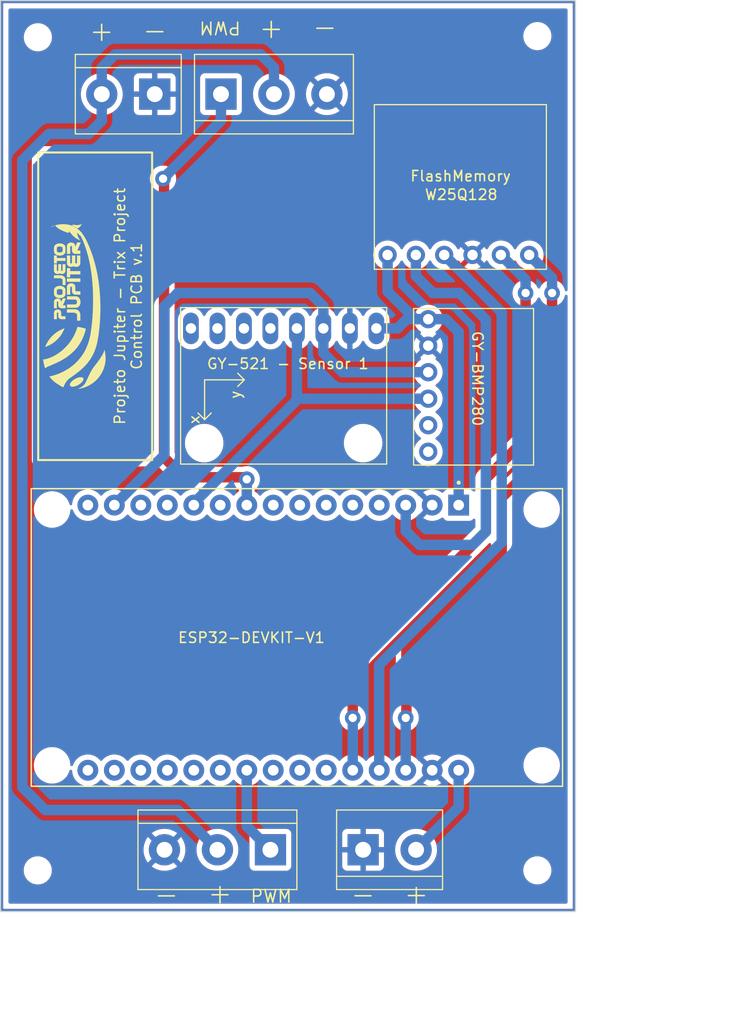
<source format=kicad_pcb>
(kicad_pcb (version 20221018) (generator pcbnew)
  (title_block (title "Ganímedes Project - Control PCB") (date "2023-05-31") (rev "1") (company "Projeto Jupiter") (comment 1 "Projected by Lucas Wu Jiajun"))
  (layers (0 "F.Cu" signal) (31 "B.Cu" signal) (34 "B.Paste" user) (35 "F.Paste" user) (36 "B.SilkS" user "B.Silkscreen") (37 "F.SilkS" user "F.Silkscreen") (38 "B.Mask" user) (39 "F.Mask" user) (44 "Edge.Cuts" user))
  (net 0 "")
  (net 1 "GND")
  (net 2 "VCC")
  (net 3 "/PWM 1")
  (net 4 "/PWM 2")
  (net 5 "/3v3")
  (net 6 "/CS")
  (net 10 "/SDA")
  (net 13 "/SCL")
  (net 23 "/HCLK")
  (net 24 "/HMISO")
  (net 25 "/HMOSI")
  (footprint "TerminalBlock:TerminalBlock_bornier-2_P5.08mm" (layer "F.Cu") (at 124.46 76.2 180)
    (fp_text reference "J1" hide)
    (fp_text value "Power Supply")
    (fp_text user "-" (at -0.01 5.83 180 unlocked) (layer "F.SilkS") (effects (font (size 2 2))))
    (fp_text user "+" (at 5.09 5.77 180 unlocked) (layer "F.SilkS") (effects (font (size 2 2))))
    (pad "1" thru_hole rect (at 0 0 180) (size 3 3) (drill 1.52) (layers "*.Cu" "*.Mask") (net 1 "GND"))
    (pad "2" thru_hole circle (at 5.08 0 180) (size 3 3) (drill 1.52) (layers "*.Cu" "*.Mask") (net 2 "VCC"))
  )
  (footprint "Symbol:Logo_Preto - Copia" (layer "F.Cu") (at 116.84 96.52 90)
    (fp_text reference "G***" hide)
    (fp_text value "LOGO" hide)
  )
  (footprint "GY-521:GY-521" (layer "F.Cu") (at 145.71 98.64 -90)
    (fp_text reference "U4" hide)
    (fp_text value "GY-521 - Sensor 1" (at 3.39 8.49) (layer "F.SilkS"))
    (fp_text user "y" (at 6.348126 13.51 90) (layer "F.SilkS"))
    (fp_text user "x" (at 8.74 17.46801 90) (layer "F.SilkS"))
    (pad "ADO" thru_hole oval (at 0 15.24 270) (size 3.016 1.508) (drill 1) (layers "*.Cu" "*.Mask"))
    (pad "GND" thru_hole oval (at 0 2.54 270) (size 3.016 1.508) (drill 1) (layers "*.Cu" "*.Mask") (net 1 "GND"))
    (pad "INT" thru_hole oval (at 0 17.78 270) (size 3.016 1.508) (drill 1) (layers "*.Cu" "*.Mask"))
    (pad "SCL" thru_hole oval (at 0 5.08 270) (size 3.016 1.508) (drill 1) (layers "*.Cu" "*.Mask") (net 13 "/SCL"))
    (pad "SDA" thru_hole oval (at 0 7.62 270) (size 3.016 1.508) (drill 1) (layers "*.Cu" "*.Mask") (net 10 "/SDA"))
    (pad "VCC" thru_hole oval (at 0 0 270) (size 3.016 1.508) (drill 1) (layers "*.Cu" "*.Mask") (net 5 "/3v3"))
    (pad "XCL" thru_hole oval (at 0 10.16 270) (size 3.016 1.508) (drill 1) (layers "*.Cu" "*.Mask"))
    (pad "XDA" thru_hole oval (at 0 12.7 270) (size 3.016 1.508) (drill 1) (layers "*.Cu" "*.Mask"))
  )
  (footprint "TerminalBlock:TerminalBlock_bornier-3_P5.08mm" (layer "F.Cu") (at 135.55 148.59 180)
    (fp_text reference "J2" hide)
    (fp_text value "Conn_01x03_Male")
    (pad "1" thru_hole rect (at 0 0 180) (size 3 3) (drill 1.52) (layers "*.Cu" "*.Mask") (net 3 "/PWM 1"))
    (pad "2" thru_hole circle (at 5.08 0 180) (size 3 3) (drill 1.52) (layers "*.Cu" "*.Mask") (net 2 "VCC"))
    (pad "3" thru_hole circle (at 10.16 0 180) (size 3 3) (drill 1.52) (layers "*.Cu" "*.Mask") (net 1 "GND"))
  )
  (footprint "Jupiter:FlashMemory W25Q128" (layer "F.Cu") (at 145.515 81.6025 90)
    (fp_text reference "U3" hide)
    (fp_text value "FlashMemory" (at -2.4475 8.275 unlocked) (layer "F.SilkS"))
    (fp_text user "W25Q128" (at -4.2275 8.335 unlocked) (layer "F.SilkS"))
    (pad "1" thru_hole circle (at -10 1.273 90) (size 1.75 1.75) (drill 1) (layers "*.Cu" "*.Mask") (net 5 "/3v3"))
    (pad "2" thru_hole circle (at -10 3.985 90) (size 1.75 1.75) (drill 1) (layers "*.Cu" "*.Mask") (net 6 "/CS"))
    (pad "3" thru_hole circle (at -10 6.701 90) (size 1.75 1.75) (drill 1) (layers "*.Cu" "*.Mask") (net 24 "/HMISO"))
    (pad "4" thru_hole circle (at -10 9.417 90) (size 1.75 1.75) (drill 1) (layers "*.Cu" "*.Mask") (net 1 "GND"))
    (pad "5" thru_hole circle (at -10 12.133 90) (size 1.75 1.75) (drill 1) (layers "*.Cu" "*.Mask") (net 23 "/HCLK"))
    (pad "6" thru_hole circle (at -10 14.849 90) (size 1.75 1.75) (drill 1) (layers "*.Cu" "*.Mask") (net 25 "/HMOSI"))
  )
  (footprint "TerminalBlock:TerminalBlock_bornier-2_P5.08mm" (layer "F.Cu") (at 144.44 148.59)
    (fp_text reference "J1" hide)
    (fp_text value "Power Supply")
    (fp_text user "+" (at 5.1 4.23 unlocked) (layer "F.SilkS") (effects (font (size 2 2))))
    (fp_text user "-" (at -0.01 4.25 unlocked) (layer "F.SilkS") (effects (font (size 2 2))))
    (pad "1" thru_hole rect (at 0 0) (size 3 3) (drill 1.52) (layers "*.Cu" "*.Mask") (net 1 "GND"))
    (pad "2" thru_hole circle (at 5.08 0) (size 3 3) (drill 1.52) (layers "*.Cu" "*.Mask") (net 2 "VCC"))
  )
  (footprint "MountingHole:MountingHole_3.2mm_M3" (layer "F.Cu") (at 129.2 109.63)
    (fp_text reference "REF**" hide)
    (fp_text value "MountingHole_3.2mm_M3")
    (pad "" np_thru_hole circle (at 0 0) (size 3.2 3.2) (drill 3.2) (layers "*.Cu" "*.Mask"))
  )
  (footprint "MountingHole:MountingHole_2.2mm_M2" (layer "F.Cu") (at 113.24 150.56)
    (fp_text reference "REF**" hide)
    (fp_text value "MountingHole_2.2mm_M2" hide)
    (pad "" np_thru_hole circle (at 0 0) (size 2.2 2.2) (drill 2.2) (layers "*.Cu" "*.Mask"))
  )
  (footprint "Jupiter:GY BMP280" (layer "F.Cu") (at 149.285 96.735)
    (fp_text reference "U6" hide)
    (fp_text value "GY-BMP280" (at 6.125 6.715 -90 unlocked) (layer "F.SilkS"))
    (pad "1" thru_hole circle (at 1.4 1.021) (size 1.75 1.75) (drill 1) (layers "*.Cu" "*.Mask") (net 5 "/3v3"))
    (pad "2" thru_hole circle (at 1.4 3.561) (size 1.75 1.75) (drill 1) (layers "*.Cu" "*.Mask") (net 1 "GND"))
    (pad "3" thru_hole circle (at 1.4 6.101) (size 1.75 1.75) (drill 1) (layers "*.Cu" "*.Mask") (net 13 "/SCL"))
    (pad "4" thru_hole circle (at 1.4 8.641) (size 1.75 1.75) (drill 1) (layers "*.Cu" "*.Mask") (net 10 "/SDA"))
    (pad "5" thru_hole circle (at 1.4 11.181) (size 1.75 1.75) (drill 1) (layers "*.Cu" "*.Mask"))
    (pad "6" thru_hole circle (at 1.4 13.721) (size 1.75 1.75) (drill 1) (layers "*.Cu" "*.Mask"))
  )
  (footprint "MountingHole:MountingHole_3.2mm_M3" (layer "F.Cu") (at 144.44 109.63)
    (fp_text reference "REF**" hide)
    (fp_text value "MountingHole_3.2mm_M3")
    (pad "" np_thru_hole circle (at 0 0) (size 3.2 3.2) (drill 3.2) (layers "*.Cu" "*.Mask"))
  )
  (footprint "MountingHole:MountingHole_2.2mm_M2" (layer "F.Cu") (at 161.15 70.64)
    (fp_text reference "REF**" hide)
    (fp_text value "MountingHole_2.2mm_M2" hide)
    (pad "" np_thru_hole circle (at 0 0) (size 2.2 2.2) (drill 2.2) (layers "*.Cu" "*.Mask"))
  )
  (footprint "ESP32-DEVKIT-V1:MODULE_ESP32_DEVKIT_V1" (layer "F.Cu") (at 138.09 128.27 -90)
    (fp_text reference "U1" hide)
    (fp_text value "ESP32-DEVKIT-V1" (at 0 4.36 -180) (layer "F.SilkS"))
    (pad "" np_thru_hole circle (at -12.28 -23.475 270) (size 3 3) (drill 3) (layers "*.Cu" "*.Mask"))
    (pad "" np_thru_hole circle (at -12.28 23.475 270) (size 3 3) (drill 3) (layers "*.Cu" "*.Mask"))
    (pad "" np_thru_hole circle (at 12.23 -23.475 270) (size 3 3) (drill 3) (layers "*.Cu" "*.Mask"))
    (pad "" np_thru_hole circle (at 12.23 23.475 270) (size 3 3) (drill 3) (layers "*.Cu" "*.Mask"))
    (pad "1" thru_hole rect (at -12.7 -15.515 270) (size 2 2) (drill 1.02) (layers "*.Cu" "*.Mask") (net 5 "/3v3"))
    (pad "2" thru_hole circle (at -12.7 -12.975 270) (size 2 2) (drill 1.02) (layers "*.Cu" "*.Mask") (net 1 "GND"))
    (pad "3" thru_hole circle (at -12.7 -10.435 270) (size 2 2) (drill 1.02) (layers "*.Cu" "*.Mask") (net 6 "/CS"))
    (pad "4" thru_hole circle (at -12.7 -7.895 270) (size 2 2) (drill 1.02) (layers "*.Cu" "*.Mask"))
    (pad "5" thru_hole circle (at -12.7 -5.355 270) (size 2 2) (drill 1.02) (layers "*.Cu" "*.Mask"))
    (pad "6" thru_hole circle (at -12.7 -2.815 270) (size 2 2) (drill 1.02) (layers "*.Cu" "*.Mask"))
    (pad "7" thru_hole circle (at -12.7 -0.275 270) (size 2 2) (drill 1.02) (layers "*.Cu" "*.Mask"))
    (pad "8" thru_hole circle (at -12.7 2.265 270) (size 2 2) (drill 1.02) (layers "*.Cu" "*.Mask"))
    (pad "9" thru_hole circle (at -12.7 4.805 270) (size 2 2) (drill 1.02) (layers "*.Cu" "*.Mask") (net 4 "/PWM 2"))
    (pad "10" thru_hole circle (at -12.7 7.345 270) (size 2 2) (drill 1.02) (layers "*.Cu" "*.Mask"))
    (pad "11" thru_hole circle (at -12.7 9.885 270) (size 2 2) (drill 1.02) (layers "*.Cu" "*.Mask") (net 10 "/SDA"))
    (pad "12" thru_hole circle (at -12.7 12.425 270) (size 2 2) (drill 1.02) (layers "*.Cu" "*.Mask"))
    (pad "13" thru_hole circle (at -12.7 14.965 270) (size 2 2) (drill 1.02) (layers "*.Cu" "*.Mask"))
    (pad "14" thru_hole circle (at -12.7 17.505 270) (size 2 2) (drill 1.02) (layers "*.Cu" "*.Mask") (net 13 "/SCL"))
    (pad "15" thru_hole circle (at -12.7 20.045 270) (size 2 2) (drill 1.02) (layers "*.Cu" "*.Mask"))
    (pad "16" thru_hole circle (at 12.7 20.045 270) (size 2 2) (drill 1.02) (layers "*.Cu" "*.Mask"))
    (pad "17" thru_hole circle (at 12.7 17.505 270) (size 2 2) (drill 1.02) (layers "*.Cu" "*.Mask"))
    (pad "18" thru_hole circle (at 12.7 14.965 270) (size 2 2) (drill 1.02) (layers "*.Cu" "*.Mask"))
    (pad "19" thru_hole circle (at 12.7 12.425 270) (size 2 2) (drill 1.02) (layers "*.Cu" "*.Mask"))
    (pad "20" thru_hole circle (at 12.7 9.885 270) (size 2 2) (drill 1.02) (layers "*.Cu" "*.Mask"))
    (pad "21" thru_hole circle (at 12.7 7.345 270) (size 2 2) (drill 1.02) (layers "*.Cu" "*.Mask"))
    (pad "22" thru_hole circle (at 12.7 4.805 270) (size 2 2) (drill 1.02) (layers "*.Cu" "*.Mask") (net 3 "/PWM 1"))
    (pad "23" thru_hole circle (at 12.7 2.265 270) (size 2 2) (drill 1.02) (layers "*.Cu" "*.Mask"))
    (pad "24" thru_hole circle (at 12.7 -0.275 270) (size 2 2) (drill 1.02) (layers "*.Cu" "*.Mask"))
    (pad "25" thru_hole circle (at 12.7 -2.815 270) (size 2 2) (drill 1.02) (layers "*.Cu" "*.Mask"))
    (pad "26" thru_hole circle (at 12.7 -5.355 270) (size 2 2) (drill 1.02) (layers "*.Cu" "*.Mask") (net 23 "/HCLK"))
    (pad "27" thru_hole circle (at 12.7 -7.895 270) (size 2 2) (drill 1.02) (layers "*.Cu" "*.Mask") (net 24 "/HMISO"))
    (pad "28" thru_hole circle (at 12.7 -10.435 270) (size 2 2) (drill 1.02) (layers "*.Cu" "*.Mask") (net 25 "/HMOSI"))
    (pad "29" thru_hole circle (at 12.7 -12.975 270) (size 2 2) (drill 1.02) (layers "*.Cu" "*.Mask") (net 1 "GND"))
    (pad "30" thru_hole circle (at 12.7 -15.515 270) (size 2 2) (drill 1.02) (layers "*.Cu" "*.Mask") (net 2 "VCC"))
  )
  (footprint "MountingHole:MountingHole_2.2mm_M2" (layer "F.Cu") (at 161.15 150.56)
    (fp_text reference "REF**" hide)
    (fp_text value "MountingHole_2.2mm_M2" hide)
    (pad "" np_thru_hole circle (at 0 0) (size 2.2 2.2) (drill 2.2) (layers "*.Cu" "*.Mask"))
  )
  (footprint "MountingHole:MountingHole_2.2mm_M2" (layer "F.Cu") (at 113.25 70.75)
    (fp_text reference "REF**" hide)
    (fp_text value "MountingHole_2.2mm_M2" hide)
    (pad "" np_thru_hole circle (at 0 0) (size 2.2 2.2) (drill 2.2) (layers "*.Cu" "*.Mask"))
  )
  (footprint "TerminalBlock:TerminalBlock_bornier-3_P5.08mm" (layer "F.Cu") (at 130.81 76.2)
    (fp_text reference "J3" hide)
    (fp_text value "Conn_01x03_Male")
    (pad "1" thru_hole rect (at 0 0) (size 3 3) (drill 1.52) (layers "*.Cu" "*.Mask") (net 4 "/PWM 2"))
    (pad "2" thru_hole circle (at 5.08 0) (size 3 3) (drill 1.52) (layers "*.Cu" "*.Mask") (net 2 "VCC"))
    (pad "3" thru_hole circle (at 10.16 0) (size 3 3) (drill 1.52) (layers "*.Cu" "*.Mask") (net 1 "GND"))
  )
  (gr_rect (start 109.83 67.39) (end 164.65 154.35) (stroke (width 0.2)) (fill none) (layer "F.Cu"))
  (gr_rect (start 113.284 81.788) (end 124.206 111.252) (stroke (width 0.2)) (fill none) (layer "F.Cu"))
  (gr_rect (start 109.83 67.39) (end 164.65 154.35) (stroke (width 0.2)) (fill none) (layer "B.Cu"))
  (gr_rect (start 113.284 81.788) (end 124.206 111.252) (stroke (width 0.2)) (fill none) (layer "F.SilkS"))
  (gr_rect (start 109.67 67.23) (end 164.81 154.51) (stroke (width 0.1)) (fill none) (layer "Edge.Cuts"))
  (gr_text "Projeto Jupiter - Trix Project\nControl PCB v.1" (at 121.92 96.52 90) (layer "F.SilkS") (effects (font (size 1 1))))
  (gr_text "+" (at 129.38 153.91) (layer "F.SilkS") (effects (font (size 2 2)) (justify left bottom)))
  (gr_text "PWM" (at 133.56 153.74) (layer "F.SilkS") (effects (font (size 1.2 1.2)) (justify left bottom)))
  (gr_text "-" (at 124.24 154.02) (layer "F.SilkS") (effects (font (size 2 2)) (justify left bottom)))
  (gr_text "-" (at 142.11 68.87 180) (layer "F.SilkS") (effects (font (size 2 2)) (justify left bottom)))
  (gr_text "+" (at 136.97 68.98 180) (layer "F.SilkS") (effects (font (size 2 2)) (justify left bottom)))
  (gr_text "PWM" (at 132.79 69.15 180) (layer "F.SilkS") (effects (font (size 1.2 1.2)) (justify left bottom)))
  (segment (start 134.62 72.39) (end 135.89 73.66) (width 1) (layer "B.Cu") (net 2))
  (segment (start 119.38 76.2) (end 119.38 78.74) (width 1) (layer "B.Cu") (net 2))
  (segment (start 119.38 76.2) (end 119.38 73.66) (width 1) (layer "B.Cu") (net 2))
  (segment (start 119.38 78.74) (end 118.11 80.01) (width 1) (layer "B.Cu") (net 2))
  (segment (start 120.65 72.39) (end 134.62 72.39) (width 1) (layer "B.Cu") (net 2))
  (segment (start 113.96 144.78) (end 126.66 144.78) (width 1) (layer "B.Cu") (net 2))
  (segment (start 126.66 144.78) (end 130.47 148.59) (width 1) (layer "B.Cu") (net 2))
  (segment (start 153.605 144.505) (end 153.605 140.97) (width 1) (layer "B.Cu") (net 2))
  (segment (start 114.3 80.01) (end 111.76 82.55) (width 1) (layer "B.Cu") (net 2))
  (segment (start 149.52 148.59) (end 153.605 144.505) (width 1) (layer "B.Cu") (net 2))
  (segment (start 111.76 82.55) (end 111.76 142.58) (width 1) (layer "B.Cu") (net 2))
  (segment (start 119.38 73.66) (end 120.65 72.39) (width 1) (layer "B.Cu") (net 2))
  (segment (start 118.11 80.01) (end 114.3 80.01) (width 1) (layer "B.Cu") (net 2))
  (segment (start 135.89 73.66) (end 135.89 76.2) (width 1) (layer "B.Cu") (net 2))
  (segment (start 111.76 142.58) (end 113.96 144.78) (width 1) (layer "B.Cu") (net 2))
  (segment (start 133.285 140.97) (end 133.285 146.325) (width 1) (layer "B.Cu") (net 3))
  (segment (start 133.285 146.325) (end 135.55 148.59) (width 1) (layer "B.Cu") (net 3))
  (segment (start 133.01 141.245) (end 133.285 140.97) (width 0.25) (layer "B.Cu") (net 3))
  (segment (start 133.093 112.903) (end 133.285 113.095) (width 1) (layer "F.Cu") (net 4))
  (segment (start 125.2555 84.3) (end 125.349 84.3935) (width 1) (layer "F.Cu") (net 4))
  (segment (start 127.254 112.903) (end 133.093 112.903) (width 1) (layer "F.Cu") (net 4))
  (segment (start 125.349 110.998) (end 127.254 112.903) (width 1) (layer "F.Cu") (net 4))
  (segment (start 125.349 84.3935) (end 125.349 110.998) (width 1) (layer "F.Cu") (net 4))
  (via (at 125.2555 84.3) (size 1.5) (drill 0.8) (layers "F.Cu" "B.Cu") (net 4))
  (via (at 133.285 113.095) (size 1.5) (drill 0.8) (layers "F.Cu" "B.Cu") (net 4))
  (segment (start 125.2555 84.3) (end 125.73 83.8255) (width 1) (layer "B.Cu") (net 4))
  (segment (start 125.73 83.82) (end 130.81 78.74) (width 1) (layer "B.Cu") (net 4))
  (segment (start 130.81 78.74) (end 130.81 76.2) (width 1) (layer "B.Cu") (net 4))
  (segment (start 125.73 83.8255) (end 125.73 83.82) (width 1) (layer "B.Cu") (net 4))
  (segment (start 133.285 115.57) (end 133.285 113.095) (width 1) (layer "B.Cu") (net 4))
  (segment (start 152.366 97.756) (end 150.685 97.756) (width 1) (layer "B.Cu") (net 5))
  (segment (start 153.605 115.57) (end 153.605 98.995) (width 1) (layer "B.Cu") (net 5))
  (segment (start 148.624 97.756) (end 150.685 97.756) (width 1) (layer "B.Cu") (net 5))
  (segment (start 145.71 98.64) (end 147.74 98.64) (width 1) (layer "B.Cu") (net 5))
  (segment (start 147.74 98.64) (end 148.624 97.756) (width 1) (layer "B.Cu") (net 5))
  (segment (start 149.445 97.756) (end 146.788 95.099) (width 1) (layer "B.Cu") (net 5))
  (segment (start 146.788 95.099) (end 146.788 91.6025) (width 1) (layer "B.Cu") (net 5))
  (segment (start 153.605 98.995) (end 152.366 97.756) (width 1) (layer "B.Cu") (net 5))
  (segment (start 150.685 97.756) (end 149.445 97.756) (width 1) (layer "B.Cu") (net 5))
  (segment (start 156.21 118.11) (end 156.21 97.79) (width 1) (layer "B.Cu") (net 6))
  (segment (start 151.13 95.25) (end 149.5 93.62) (width 1) (layer "B.Cu") (net 6))
  (segment (start 154.94 119.38) (end 156.21 118.11) (width 1) (layer "B.Cu") (net 6))
  (segment (start 156.21 97.79) (end 153.67 95.25) (width 1) (layer "B.Cu") (net 6))
  (segment (start 148.525 118.045) (end 149.86 119.38) (width 1) (layer "B.Cu") (net 6))
  (segment (start 153.67 95.25) (end 151.13 95.25) (width 1) (layer "B.Cu") (net 6))
  (segment (start 148.525 115.57) (end 148.525 118.045) (width 1) (layer "B.Cu") (net 6))
  (segment (start 149.5 93.62) (end 149.5 91.6025) (width 1) (layer "B.Cu") (net 6))
  (segment (start 149.86 119.38) (end 154.94 119.38) (width 1) (layer "B.Cu") (net 6))
  (segment (start 138.09 105.256) (end 138.09 98.64) (width 1) (layer "B.Cu") (net 10))
  (segment (start 144.555733 105.376) (end 150.685 105.376) (width 1) (layer "B.Cu") (net 10))
  (segment (start 128.205 115.381) (end 138.21 105.376) (width 1) (layer "B.Cu") (net 10))
  (segment (start 138.21 105.376) (end 144.555733 105.376) (width 1) (layer "B.Cu") (net 10))
  (segment (start 128.205 115.57) (end 128.205 115.381) (width 1) (layer "B.Cu") (net 10))
  (segment (start 138.21 105.376) (end 138.09 105.256) (width 1) (layer "B.Cu") (net 10))
  (segment (start 140.63 101.006) (end 140.63 98.64) (width 1) (layer "B.Cu") (net 13))
  (segment (start 125.39 110.765) (end 120.585 115.57) (width 1) (layer "B.Cu") (net 13))
  (segment (start 150.685 102.836) (end 142.46 102.836) (width 1) (layer "B.Cu") (net 13))
  (segment (start 139.36 95.25) (end 126.66 95.25) (width 1) (layer "B.Cu") (net 13))
  (segment (start 142.46 102.836) (end 140.63 101.006) (width 1) (layer "B.Cu") (net 13))
  (segment (start 140.63 96.52) (end 139.36 95.25) (width 1) (layer "B.Cu") (net 13))
  (segment (start 140.63 98.64) (end 140.63 96.52) (width 1) (layer "B.Cu") (net 13))
  (segment (start 125.39 96.52) (end 125.39 110.765) (width 1) (layer "B.Cu") (net 13))
  (segment (start 126.66 95.25) (end 125.39 96.52) (width 1) (layer "B.Cu") (net 13))
  (segment (start 160.02 109.22) (end 156.21 113.03) (width 1) (layer "F.Cu") (net 23))
  (segment (start 156.21 118.11) (end 143.445 130.875) (width 1) (layer "F.Cu") (net 23))
  (segment (start 160.02 95.25) (end 160.02 109.22) (width 1) (layer "F.Cu") (net 23))
  (segment (start 143.445 130.875) (end 143.445 135.955) (width 1) (layer "F.Cu") (net 23))
  (segment (start 156.21 113.03) (end 156.21 118.11) (width 1) (layer "F.Cu") (net 23))
  (via (at 160.02 95.25) (size 1.5) (drill 0.8) (layers "F.Cu" "B.Cu") (net 23))
  (via (at 143.445 135.955) (size 1.5) (drill 0.8) (layers "F.Cu" "B.Cu") (net 23))
  (segment (start 143.445 140.97) (end 143.445 135.955) (width 1) (layer "B.Cu") (net 23))
  (segment (start 160.02 95.25) (end 160.02 93.9745) (width 1) (layer "B.Cu") (net 23))
  (segment (start 160.02 93.9745) (end 157.648 91.6025) (width 1) (layer "B.Cu") (net 23))
  (segment (start 157.734 119.126) (end 157.734 97.1205) (width 1) (layer "B.Cu") (net 24))
  (segment (start 145.985 130.875) (end 157.734 119.126) (width 1) (layer "B.Cu") (net 24))
  (segment (start 145.985 140.97) (end 145.985 130.875) (width 1) (layer "B.Cu") (net 24))
  (segment (start 157.734 97.1205) (end 152.216 91.6025) (width 1) (layer "B.Cu") (net 24))
  (segment (start 162.56 110.03) (end 157.734 114.856) (width 1) (layer "F.Cu") (net 25))
  (segment (start 157.734 114.856) (end 157.734 120.396) (width 1) (layer "F.Cu") (net 25))
  (segment (start 162.56 95.25) (end 162.56 110.03) (width 1) (layer "F.Cu") (net 25))
  (segment (start 157.734 120.396) (end 148.59 129.54) (width 1) (layer "F.Cu") (net 25))
  (segment (start 148.59 135.89) (end 148.525 135.955) (width 1) (layer "F.Cu") (net 25))
  (segment (start 148.59 129.54) (end 148.59 135.89) (width 1) (layer "F.Cu") (net 25))
  (via (at 148.525 135.955) (size 1.5) (drill 0.8) (layers "F.Cu" "B.Cu") (net 25))
  (via (at 162.56 95.25) (size 1.5) (drill 0.8) (layers "F.Cu" "B.Cu") (net 25))
  (segment (start 148.525 140.97) (end 148.525 135.955) (width 1) (layer "B.Cu") (net 25))
  (segment (start 162.56 95.25) (end 162.56 93.7985) (width 1) (layer "B.Cu") (net 25))
  (segment (start 162.56 93.7985) (end 160.364 91.6025) (width 1) (layer "B.Cu") (net 25))
  (zone (net 1) (net_name "GND") (layer "F.Cu") (connect_pads thru_hole_only (clearance 0.508)) (min_thickness 0.254) (fill yes (thermal_gap 0.508) (thermal_bridge_width 0.508) (island_removal_mode 1) (island_area_min 0))
    (polygon (pts (xy 164.75 154.45) (xy 109.75 154.45) (xy 109.75 67.31) (xy 164.75 67.31)))
  )
  (zone (net 0) (net_name "") (layer "F.Cu") (connect_pads thru_hole_only (clearance 0)) (min_thickness 0.254)
    (keepout (tracks not_allowed) (vias not_allowed) (pads not_allowed) (copperpour not_allowed) (footprints allowed))
    (fill (thermal_gap 0.508) (thermal_bridge_width 0.508) (island_removal_mode 1) (island_area_min 0))
    (polygon (pts (xy 124.206 111.252) (xy 113.284 111.252) (xy 113.284 81.788) (xy 124.206 81.788)))
  )
  (zone (net 1) (net_name "GND") (layer "B.Cu") (connect_pads thru_hole_only (clearance 0.508)) (min_thickness 0.254) (fill yes (thermal_gap 0.508) (thermal_bridge_width 0.508) (island_removal_mode 1) (island_area_min 0))
    (polygon (pts (xy 164.75 154.45) (xy 109.75 154.45) (xy 109.75 67.31) (xy 164.75 67.31)))
  )
)
</source>
